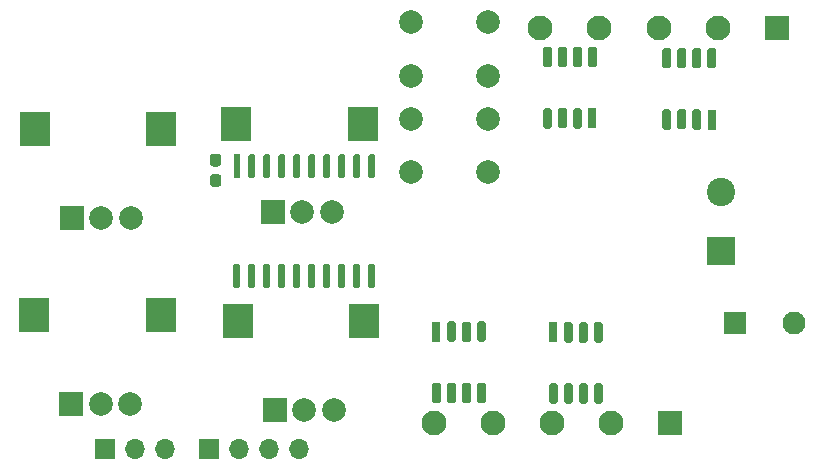
<source format=gbr>
%TF.GenerationSoftware,KiCad,Pcbnew,(5.1.9)-1*%
%TF.CreationDate,2021-01-08T22:51:15-05:00*%
%TF.ProjectId,rgb,7267622e-6b69-4636-9164-5f7063625858,rev?*%
%TF.SameCoordinates,Original*%
%TF.FileFunction,Soldermask,Bot*%
%TF.FilePolarity,Negative*%
%FSLAX46Y46*%
G04 Gerber Fmt 4.6, Leading zero omitted, Abs format (unit mm)*
G04 Created by KiCad (PCBNEW (5.1.9)-1) date 2021-01-08 22:51:15*
%MOMM*%
%LPD*%
G01*
G04 APERTURE LIST*
%ADD10C,2.400000*%
%ADD11R,2.400000X2.400000*%
%ADD12R,2.000000X2.000000*%
%ADD13R,2.500000X3.000000*%
%ADD14C,2.000000*%
%ADD15R,0.800000X1.750000*%
%ADD16C,1.950000*%
%ADD17R,1.950000X1.950000*%
%ADD18C,2.100000*%
%ADD19R,2.100000X2.100000*%
%ADD20O,1.700000X1.700000*%
%ADD21R,1.700000X1.700000*%
%ADD22R,0.600000X2.050000*%
G04 APERTURE END LIST*
D10*
%TO.C,C1*%
X182400000Y-75800000D03*
D11*
X182400000Y-80800000D03*
%TD*%
D12*
%TO.C,SW5*%
X127360000Y-93750000D03*
D13*
X134960000Y-86250000D03*
X124260000Y-86250000D03*
D14*
X129860000Y-93750000D03*
X132360000Y-93750000D03*
%TD*%
%TO.C,Q4*%
G36*
G01*
X167895000Y-70475000D02*
X167495000Y-70475000D01*
G75*
G02*
X167295000Y-70275000I0J200000D01*
G01*
X167295000Y-68925000D01*
G75*
G02*
X167495000Y-68725000I200000J0D01*
G01*
X167895000Y-68725000D01*
G75*
G02*
X168095000Y-68925000I0J-200000D01*
G01*
X168095000Y-70275000D01*
G75*
G02*
X167895000Y-70475000I-200000J0D01*
G01*
G37*
G36*
G01*
X169165000Y-70435000D02*
X168765000Y-70435000D01*
G75*
G02*
X168565000Y-70235000I0J200000D01*
G01*
X168565000Y-68885000D01*
G75*
G02*
X168765000Y-68685000I200000J0D01*
G01*
X169165000Y-68685000D01*
G75*
G02*
X169365000Y-68885000I0J-200000D01*
G01*
X169365000Y-70235000D01*
G75*
G02*
X169165000Y-70435000I-200000J0D01*
G01*
G37*
G36*
G01*
X170435000Y-70475000D02*
X170035000Y-70475000D01*
G75*
G02*
X169835000Y-70275000I0J200000D01*
G01*
X169835000Y-68925000D01*
G75*
G02*
X170035000Y-68725000I200000J0D01*
G01*
X170435000Y-68725000D01*
G75*
G02*
X170635000Y-68925000I0J-200000D01*
G01*
X170635000Y-70275000D01*
G75*
G02*
X170435000Y-70475000I-200000J0D01*
G01*
G37*
D15*
X171505000Y-69600000D03*
G36*
G01*
X171705000Y-65275000D02*
X171305000Y-65275000D01*
G75*
G02*
X171105000Y-65075000I0J200000D01*
G01*
X171105000Y-63725000D01*
G75*
G02*
X171305000Y-63525000I200000J0D01*
G01*
X171705000Y-63525000D01*
G75*
G02*
X171905000Y-63725000I0J-200000D01*
G01*
X171905000Y-65075000D01*
G75*
G02*
X171705000Y-65275000I-200000J0D01*
G01*
G37*
G36*
G01*
X169165000Y-65275000D02*
X168765000Y-65275000D01*
G75*
G02*
X168565000Y-65075000I0J200000D01*
G01*
X168565000Y-63725000D01*
G75*
G02*
X168765000Y-63525000I200000J0D01*
G01*
X169165000Y-63525000D01*
G75*
G02*
X169365000Y-63725000I0J-200000D01*
G01*
X169365000Y-65075000D01*
G75*
G02*
X169165000Y-65275000I-200000J0D01*
G01*
G37*
G36*
G01*
X167895000Y-65275000D02*
X167495000Y-65275000D01*
G75*
G02*
X167295000Y-65075000I0J200000D01*
G01*
X167295000Y-63725000D01*
G75*
G02*
X167495000Y-63525000I200000J0D01*
G01*
X167895000Y-63525000D01*
G75*
G02*
X168095000Y-63725000I0J-200000D01*
G01*
X168095000Y-65075000D01*
G75*
G02*
X167895000Y-65275000I-200000J0D01*
G01*
G37*
G36*
G01*
X170435000Y-65275000D02*
X170035000Y-65275000D01*
G75*
G02*
X169835000Y-65075000I0J200000D01*
G01*
X169835000Y-63725000D01*
G75*
G02*
X170035000Y-63525000I200000J0D01*
G01*
X170435000Y-63525000D01*
G75*
G02*
X170635000Y-63725000I0J-200000D01*
G01*
X170635000Y-65075000D01*
G75*
G02*
X170435000Y-65275000I-200000J0D01*
G01*
G37*
%TD*%
%TO.C,Q3*%
G36*
G01*
X177995000Y-70575000D02*
X177595000Y-70575000D01*
G75*
G02*
X177395000Y-70375000I0J200000D01*
G01*
X177395000Y-69025000D01*
G75*
G02*
X177595000Y-68825000I200000J0D01*
G01*
X177995000Y-68825000D01*
G75*
G02*
X178195000Y-69025000I0J-200000D01*
G01*
X178195000Y-70375000D01*
G75*
G02*
X177995000Y-70575000I-200000J0D01*
G01*
G37*
G36*
G01*
X179265000Y-70535000D02*
X178865000Y-70535000D01*
G75*
G02*
X178665000Y-70335000I0J200000D01*
G01*
X178665000Y-68985000D01*
G75*
G02*
X178865000Y-68785000I200000J0D01*
G01*
X179265000Y-68785000D01*
G75*
G02*
X179465000Y-68985000I0J-200000D01*
G01*
X179465000Y-70335000D01*
G75*
G02*
X179265000Y-70535000I-200000J0D01*
G01*
G37*
G36*
G01*
X180535000Y-70575000D02*
X180135000Y-70575000D01*
G75*
G02*
X179935000Y-70375000I0J200000D01*
G01*
X179935000Y-69025000D01*
G75*
G02*
X180135000Y-68825000I200000J0D01*
G01*
X180535000Y-68825000D01*
G75*
G02*
X180735000Y-69025000I0J-200000D01*
G01*
X180735000Y-70375000D01*
G75*
G02*
X180535000Y-70575000I-200000J0D01*
G01*
G37*
X181605000Y-69700000D03*
G36*
G01*
X181805000Y-65375000D02*
X181405000Y-65375000D01*
G75*
G02*
X181205000Y-65175000I0J200000D01*
G01*
X181205000Y-63825000D01*
G75*
G02*
X181405000Y-63625000I200000J0D01*
G01*
X181805000Y-63625000D01*
G75*
G02*
X182005000Y-63825000I0J-200000D01*
G01*
X182005000Y-65175000D01*
G75*
G02*
X181805000Y-65375000I-200000J0D01*
G01*
G37*
G36*
G01*
X179265000Y-65375000D02*
X178865000Y-65375000D01*
G75*
G02*
X178665000Y-65175000I0J200000D01*
G01*
X178665000Y-63825000D01*
G75*
G02*
X178865000Y-63625000I200000J0D01*
G01*
X179265000Y-63625000D01*
G75*
G02*
X179465000Y-63825000I0J-200000D01*
G01*
X179465000Y-65175000D01*
G75*
G02*
X179265000Y-65375000I-200000J0D01*
G01*
G37*
G36*
G01*
X177995000Y-65375000D02*
X177595000Y-65375000D01*
G75*
G02*
X177395000Y-65175000I0J200000D01*
G01*
X177395000Y-63825000D01*
G75*
G02*
X177595000Y-63625000I200000J0D01*
G01*
X177995000Y-63625000D01*
G75*
G02*
X178195000Y-63825000I0J-200000D01*
G01*
X178195000Y-65175000D01*
G75*
G02*
X177995000Y-65375000I-200000J0D01*
G01*
G37*
G36*
G01*
X180535000Y-65375000D02*
X180135000Y-65375000D01*
G75*
G02*
X179935000Y-65175000I0J200000D01*
G01*
X179935000Y-63825000D01*
G75*
G02*
X180135000Y-63625000I200000J0D01*
G01*
X180535000Y-63625000D01*
G75*
G02*
X180735000Y-63825000I0J-200000D01*
G01*
X180735000Y-65175000D01*
G75*
G02*
X180535000Y-65375000I-200000J0D01*
G01*
G37*
%TD*%
%TO.C,Q2*%
G36*
G01*
X161905000Y-86775000D02*
X162305000Y-86775000D01*
G75*
G02*
X162505000Y-86975000I0J-200000D01*
G01*
X162505000Y-88325000D01*
G75*
G02*
X162305000Y-88525000I-200000J0D01*
G01*
X161905000Y-88525000D01*
G75*
G02*
X161705000Y-88325000I0J200000D01*
G01*
X161705000Y-86975000D01*
G75*
G02*
X161905000Y-86775000I200000J0D01*
G01*
G37*
G36*
G01*
X160635000Y-86815000D02*
X161035000Y-86815000D01*
G75*
G02*
X161235000Y-87015000I0J-200000D01*
G01*
X161235000Y-88365000D01*
G75*
G02*
X161035000Y-88565000I-200000J0D01*
G01*
X160635000Y-88565000D01*
G75*
G02*
X160435000Y-88365000I0J200000D01*
G01*
X160435000Y-87015000D01*
G75*
G02*
X160635000Y-86815000I200000J0D01*
G01*
G37*
G36*
G01*
X159365000Y-86775000D02*
X159765000Y-86775000D01*
G75*
G02*
X159965000Y-86975000I0J-200000D01*
G01*
X159965000Y-88325000D01*
G75*
G02*
X159765000Y-88525000I-200000J0D01*
G01*
X159365000Y-88525000D01*
G75*
G02*
X159165000Y-88325000I0J200000D01*
G01*
X159165000Y-86975000D01*
G75*
G02*
X159365000Y-86775000I200000J0D01*
G01*
G37*
X158295000Y-87650000D03*
G36*
G01*
X158095000Y-91975000D02*
X158495000Y-91975000D01*
G75*
G02*
X158695000Y-92175000I0J-200000D01*
G01*
X158695000Y-93525000D01*
G75*
G02*
X158495000Y-93725000I-200000J0D01*
G01*
X158095000Y-93725000D01*
G75*
G02*
X157895000Y-93525000I0J200000D01*
G01*
X157895000Y-92175000D01*
G75*
G02*
X158095000Y-91975000I200000J0D01*
G01*
G37*
G36*
G01*
X160635000Y-91975000D02*
X161035000Y-91975000D01*
G75*
G02*
X161235000Y-92175000I0J-200000D01*
G01*
X161235000Y-93525000D01*
G75*
G02*
X161035000Y-93725000I-200000J0D01*
G01*
X160635000Y-93725000D01*
G75*
G02*
X160435000Y-93525000I0J200000D01*
G01*
X160435000Y-92175000D01*
G75*
G02*
X160635000Y-91975000I200000J0D01*
G01*
G37*
G36*
G01*
X161905000Y-91975000D02*
X162305000Y-91975000D01*
G75*
G02*
X162505000Y-92175000I0J-200000D01*
G01*
X162505000Y-93525000D01*
G75*
G02*
X162305000Y-93725000I-200000J0D01*
G01*
X161905000Y-93725000D01*
G75*
G02*
X161705000Y-93525000I0J200000D01*
G01*
X161705000Y-92175000D01*
G75*
G02*
X161905000Y-91975000I200000J0D01*
G01*
G37*
G36*
G01*
X159365000Y-91975000D02*
X159765000Y-91975000D01*
G75*
G02*
X159965000Y-92175000I0J-200000D01*
G01*
X159965000Y-93525000D01*
G75*
G02*
X159765000Y-93725000I-200000J0D01*
G01*
X159365000Y-93725000D01*
G75*
G02*
X159165000Y-93525000I0J200000D01*
G01*
X159165000Y-92175000D01*
G75*
G02*
X159365000Y-91975000I200000J0D01*
G01*
G37*
%TD*%
%TO.C,Q1*%
G36*
G01*
X171805000Y-86825000D02*
X172205000Y-86825000D01*
G75*
G02*
X172405000Y-87025000I0J-200000D01*
G01*
X172405000Y-88375000D01*
G75*
G02*
X172205000Y-88575000I-200000J0D01*
G01*
X171805000Y-88575000D01*
G75*
G02*
X171605000Y-88375000I0J200000D01*
G01*
X171605000Y-87025000D01*
G75*
G02*
X171805000Y-86825000I200000J0D01*
G01*
G37*
G36*
G01*
X170535000Y-86865000D02*
X170935000Y-86865000D01*
G75*
G02*
X171135000Y-87065000I0J-200000D01*
G01*
X171135000Y-88415000D01*
G75*
G02*
X170935000Y-88615000I-200000J0D01*
G01*
X170535000Y-88615000D01*
G75*
G02*
X170335000Y-88415000I0J200000D01*
G01*
X170335000Y-87065000D01*
G75*
G02*
X170535000Y-86865000I200000J0D01*
G01*
G37*
G36*
G01*
X169265000Y-86825000D02*
X169665000Y-86825000D01*
G75*
G02*
X169865000Y-87025000I0J-200000D01*
G01*
X169865000Y-88375000D01*
G75*
G02*
X169665000Y-88575000I-200000J0D01*
G01*
X169265000Y-88575000D01*
G75*
G02*
X169065000Y-88375000I0J200000D01*
G01*
X169065000Y-87025000D01*
G75*
G02*
X169265000Y-86825000I200000J0D01*
G01*
G37*
X168195000Y-87700000D03*
G36*
G01*
X167995000Y-92025000D02*
X168395000Y-92025000D01*
G75*
G02*
X168595000Y-92225000I0J-200000D01*
G01*
X168595000Y-93575000D01*
G75*
G02*
X168395000Y-93775000I-200000J0D01*
G01*
X167995000Y-93775000D01*
G75*
G02*
X167795000Y-93575000I0J200000D01*
G01*
X167795000Y-92225000D01*
G75*
G02*
X167995000Y-92025000I200000J0D01*
G01*
G37*
G36*
G01*
X170535000Y-92025000D02*
X170935000Y-92025000D01*
G75*
G02*
X171135000Y-92225000I0J-200000D01*
G01*
X171135000Y-93575000D01*
G75*
G02*
X170935000Y-93775000I-200000J0D01*
G01*
X170535000Y-93775000D01*
G75*
G02*
X170335000Y-93575000I0J200000D01*
G01*
X170335000Y-92225000D01*
G75*
G02*
X170535000Y-92025000I200000J0D01*
G01*
G37*
G36*
G01*
X171805000Y-92025000D02*
X172205000Y-92025000D01*
G75*
G02*
X172405000Y-92225000I0J-200000D01*
G01*
X172405000Y-93575000D01*
G75*
G02*
X172205000Y-93775000I-200000J0D01*
G01*
X171805000Y-93775000D01*
G75*
G02*
X171605000Y-93575000I0J200000D01*
G01*
X171605000Y-92225000D01*
G75*
G02*
X171805000Y-92025000I200000J0D01*
G01*
G37*
G36*
G01*
X169265000Y-92025000D02*
X169665000Y-92025000D01*
G75*
G02*
X169865000Y-92225000I0J-200000D01*
G01*
X169865000Y-93575000D01*
G75*
G02*
X169665000Y-93775000I-200000J0D01*
G01*
X169265000Y-93775000D01*
G75*
G02*
X169065000Y-93575000I0J200000D01*
G01*
X169065000Y-92225000D01*
G75*
G02*
X169265000Y-92025000I200000J0D01*
G01*
G37*
%TD*%
D16*
%TO.C,J1*%
X188600000Y-86900000D03*
D17*
X183600000Y-86900000D03*
%TD*%
D18*
%TO.C,J2*%
X158090000Y-95390000D03*
X163090000Y-95390000D03*
X168090000Y-95390000D03*
X173090000Y-95390000D03*
D19*
X178090000Y-95390000D03*
%TD*%
D18*
%TO.C,J3*%
X167100000Y-61980000D03*
X172100000Y-61980000D03*
X177100000Y-61980000D03*
X182100000Y-61980000D03*
D19*
X187100000Y-61980000D03*
%TD*%
D12*
%TO.C,SW3*%
X144600000Y-94250000D03*
D13*
X152200000Y-86750000D03*
X141500000Y-86750000D03*
D14*
X147100000Y-94250000D03*
X149600000Y-94250000D03*
%TD*%
%TO.C,C4*%
G36*
G01*
X139362500Y-74325000D02*
X139837500Y-74325000D01*
G75*
G02*
X140075000Y-74562500I0J-237500D01*
G01*
X140075000Y-75162500D01*
G75*
G02*
X139837500Y-75400000I-237500J0D01*
G01*
X139362500Y-75400000D01*
G75*
G02*
X139125000Y-75162500I0J237500D01*
G01*
X139125000Y-74562500D01*
G75*
G02*
X139362500Y-74325000I237500J0D01*
G01*
G37*
G36*
G01*
X139362500Y-72600000D02*
X139837500Y-72600000D01*
G75*
G02*
X140075000Y-72837500I0J-237500D01*
G01*
X140075000Y-73437500D01*
G75*
G02*
X139837500Y-73675000I-237500J0D01*
G01*
X139362500Y-73675000D01*
G75*
G02*
X139125000Y-73437500I0J237500D01*
G01*
X139125000Y-72837500D01*
G75*
G02*
X139362500Y-72600000I237500J0D01*
G01*
G37*
%TD*%
D12*
%TO.C,SW4*%
X144440000Y-77540000D03*
D13*
X152040000Y-70040000D03*
X141340000Y-70040000D03*
D14*
X146940000Y-77540000D03*
X149440000Y-77540000D03*
%TD*%
D12*
%TO.C,SW2*%
X127410000Y-78000000D03*
D13*
X135010000Y-70500000D03*
X124310000Y-70500000D03*
D14*
X129910000Y-78000000D03*
X132410000Y-78000000D03*
%TD*%
%TO.C,SW6*%
X162640000Y-69610000D03*
X162640000Y-74110000D03*
X156140000Y-69610000D03*
X156140000Y-74110000D03*
%TD*%
%TO.C,SW1*%
X156140000Y-65980000D03*
X156140000Y-61480000D03*
X162640000Y-65980000D03*
X162640000Y-61480000D03*
%TD*%
D20*
%TO.C,J5*%
X146690000Y-97570000D03*
X144150000Y-97570000D03*
X141610000Y-97570000D03*
D21*
X139070000Y-97570000D03*
%TD*%
D20*
%TO.C,J4*%
X135350000Y-97570000D03*
X132810000Y-97570000D03*
D21*
X130270000Y-97570000D03*
%TD*%
%TO.C,U3*%
G36*
G01*
X152665000Y-72625000D02*
X152965000Y-72625000D01*
G75*
G02*
X153115000Y-72775000I0J-150000D01*
G01*
X153115000Y-74525000D01*
G75*
G02*
X152965000Y-74675000I-150000J0D01*
G01*
X152665000Y-74675000D01*
G75*
G02*
X152515000Y-74525000I0J150000D01*
G01*
X152515000Y-72775000D01*
G75*
G02*
X152665000Y-72625000I150000J0D01*
G01*
G37*
G36*
G01*
X145045000Y-72625000D02*
X145345000Y-72625000D01*
G75*
G02*
X145495000Y-72775000I0J-150000D01*
G01*
X145495000Y-74525000D01*
G75*
G02*
X145345000Y-74675000I-150000J0D01*
G01*
X145045000Y-74675000D01*
G75*
G02*
X144895000Y-74525000I0J150000D01*
G01*
X144895000Y-72775000D01*
G75*
G02*
X145045000Y-72625000I150000J0D01*
G01*
G37*
G36*
G01*
X151395000Y-81925000D02*
X151695000Y-81925000D01*
G75*
G02*
X151845000Y-82075000I0J-150000D01*
G01*
X151845000Y-83825000D01*
G75*
G02*
X151695000Y-83975000I-150000J0D01*
G01*
X151395000Y-83975000D01*
G75*
G02*
X151245000Y-83825000I0J150000D01*
G01*
X151245000Y-82075000D01*
G75*
G02*
X151395000Y-81925000I150000J0D01*
G01*
G37*
G36*
G01*
X148855000Y-81925000D02*
X149155000Y-81925000D01*
G75*
G02*
X149305000Y-82075000I0J-150000D01*
G01*
X149305000Y-83825000D01*
G75*
G02*
X149155000Y-83975000I-150000J0D01*
G01*
X148855000Y-83975000D01*
G75*
G02*
X148705000Y-83825000I0J150000D01*
G01*
X148705000Y-82075000D01*
G75*
G02*
X148855000Y-81925000I150000J0D01*
G01*
G37*
D22*
X141385000Y-73650000D03*
G36*
G01*
X150125000Y-81925000D02*
X150425000Y-81925000D01*
G75*
G02*
X150575000Y-82075000I0J-150000D01*
G01*
X150575000Y-83825000D01*
G75*
G02*
X150425000Y-83975000I-150000J0D01*
G01*
X150125000Y-83975000D01*
G75*
G02*
X149975000Y-83825000I0J150000D01*
G01*
X149975000Y-82075000D01*
G75*
G02*
X150125000Y-81925000I150000J0D01*
G01*
G37*
G36*
G01*
X143775000Y-72625000D02*
X144075000Y-72625000D01*
G75*
G02*
X144225000Y-72775000I0J-150000D01*
G01*
X144225000Y-74525000D01*
G75*
G02*
X144075000Y-74675000I-150000J0D01*
G01*
X143775000Y-74675000D01*
G75*
G02*
X143625000Y-74525000I0J150000D01*
G01*
X143625000Y-72775000D01*
G75*
G02*
X143775000Y-72625000I150000J0D01*
G01*
G37*
G36*
G01*
X151395000Y-72625000D02*
X151695000Y-72625000D01*
G75*
G02*
X151845000Y-72775000I0J-150000D01*
G01*
X151845000Y-74525000D01*
G75*
G02*
X151695000Y-74675000I-150000J0D01*
G01*
X151395000Y-74675000D01*
G75*
G02*
X151245000Y-74525000I0J150000D01*
G01*
X151245000Y-72775000D01*
G75*
G02*
X151395000Y-72625000I150000J0D01*
G01*
G37*
G36*
G01*
X152665000Y-81925000D02*
X152965000Y-81925000D01*
G75*
G02*
X153115000Y-82075000I0J-150000D01*
G01*
X153115000Y-83825000D01*
G75*
G02*
X152965000Y-83975000I-150000J0D01*
G01*
X152665000Y-83975000D01*
G75*
G02*
X152515000Y-83825000I0J150000D01*
G01*
X152515000Y-82075000D01*
G75*
G02*
X152665000Y-81925000I150000J0D01*
G01*
G37*
G36*
G01*
X146315000Y-72625000D02*
X146615000Y-72625000D01*
G75*
G02*
X146765000Y-72775000I0J-150000D01*
G01*
X146765000Y-74525000D01*
G75*
G02*
X146615000Y-74675000I-150000J0D01*
G01*
X146315000Y-74675000D01*
G75*
G02*
X146165000Y-74525000I0J150000D01*
G01*
X146165000Y-72775000D01*
G75*
G02*
X146315000Y-72625000I150000J0D01*
G01*
G37*
G36*
G01*
X147585000Y-72625000D02*
X147885000Y-72625000D01*
G75*
G02*
X148035000Y-72775000I0J-150000D01*
G01*
X148035000Y-74525000D01*
G75*
G02*
X147885000Y-74675000I-150000J0D01*
G01*
X147585000Y-74675000D01*
G75*
G02*
X147435000Y-74525000I0J150000D01*
G01*
X147435000Y-72775000D01*
G75*
G02*
X147585000Y-72625000I150000J0D01*
G01*
G37*
G36*
G01*
X150125000Y-72625000D02*
X150425000Y-72625000D01*
G75*
G02*
X150575000Y-72775000I0J-150000D01*
G01*
X150575000Y-74525000D01*
G75*
G02*
X150425000Y-74675000I-150000J0D01*
G01*
X150125000Y-74675000D01*
G75*
G02*
X149975000Y-74525000I0J150000D01*
G01*
X149975000Y-72775000D01*
G75*
G02*
X150125000Y-72625000I150000J0D01*
G01*
G37*
G36*
G01*
X142505000Y-72625000D02*
X142805000Y-72625000D01*
G75*
G02*
X142955000Y-72775000I0J-150000D01*
G01*
X142955000Y-74525000D01*
G75*
G02*
X142805000Y-74675000I-150000J0D01*
G01*
X142505000Y-74675000D01*
G75*
G02*
X142355000Y-74525000I0J150000D01*
G01*
X142355000Y-72775000D01*
G75*
G02*
X142505000Y-72625000I150000J0D01*
G01*
G37*
G36*
G01*
X148855000Y-72625000D02*
X149155000Y-72625000D01*
G75*
G02*
X149305000Y-72775000I0J-150000D01*
G01*
X149305000Y-74525000D01*
G75*
G02*
X149155000Y-74675000I-150000J0D01*
G01*
X148855000Y-74675000D01*
G75*
G02*
X148705000Y-74525000I0J150000D01*
G01*
X148705000Y-72775000D01*
G75*
G02*
X148855000Y-72625000I150000J0D01*
G01*
G37*
G36*
G01*
X146315000Y-81925000D02*
X146615000Y-81925000D01*
G75*
G02*
X146765000Y-82075000I0J-150000D01*
G01*
X146765000Y-83825000D01*
G75*
G02*
X146615000Y-83975000I-150000J0D01*
G01*
X146315000Y-83975000D01*
G75*
G02*
X146165000Y-83825000I0J150000D01*
G01*
X146165000Y-82075000D01*
G75*
G02*
X146315000Y-81925000I150000J0D01*
G01*
G37*
G36*
G01*
X142505000Y-81925000D02*
X142805000Y-81925000D01*
G75*
G02*
X142955000Y-82075000I0J-150000D01*
G01*
X142955000Y-83825000D01*
G75*
G02*
X142805000Y-83975000I-150000J0D01*
G01*
X142505000Y-83975000D01*
G75*
G02*
X142355000Y-83825000I0J150000D01*
G01*
X142355000Y-82075000D01*
G75*
G02*
X142505000Y-81925000I150000J0D01*
G01*
G37*
G36*
G01*
X145045000Y-81925000D02*
X145345000Y-81925000D01*
G75*
G02*
X145495000Y-82075000I0J-150000D01*
G01*
X145495000Y-83825000D01*
G75*
G02*
X145345000Y-83975000I-150000J0D01*
G01*
X145045000Y-83975000D01*
G75*
G02*
X144895000Y-83825000I0J150000D01*
G01*
X144895000Y-82075000D01*
G75*
G02*
X145045000Y-81925000I150000J0D01*
G01*
G37*
G36*
G01*
X141235000Y-81925000D02*
X141535000Y-81925000D01*
G75*
G02*
X141685000Y-82075000I0J-150000D01*
G01*
X141685000Y-83825000D01*
G75*
G02*
X141535000Y-83975000I-150000J0D01*
G01*
X141235000Y-83975000D01*
G75*
G02*
X141085000Y-83825000I0J150000D01*
G01*
X141085000Y-82075000D01*
G75*
G02*
X141235000Y-81925000I150000J0D01*
G01*
G37*
G36*
G01*
X143775000Y-81925000D02*
X144075000Y-81925000D01*
G75*
G02*
X144225000Y-82075000I0J-150000D01*
G01*
X144225000Y-83825000D01*
G75*
G02*
X144075000Y-83975000I-150000J0D01*
G01*
X143775000Y-83975000D01*
G75*
G02*
X143625000Y-83825000I0J150000D01*
G01*
X143625000Y-82075000D01*
G75*
G02*
X143775000Y-81925000I150000J0D01*
G01*
G37*
G36*
G01*
X147585000Y-81925000D02*
X147885000Y-81925000D01*
G75*
G02*
X148035000Y-82075000I0J-150000D01*
G01*
X148035000Y-83825000D01*
G75*
G02*
X147885000Y-83975000I-150000J0D01*
G01*
X147585000Y-83975000D01*
G75*
G02*
X147435000Y-83825000I0J150000D01*
G01*
X147435000Y-82075000D01*
G75*
G02*
X147585000Y-81925000I150000J0D01*
G01*
G37*
%TD*%
M02*

</source>
